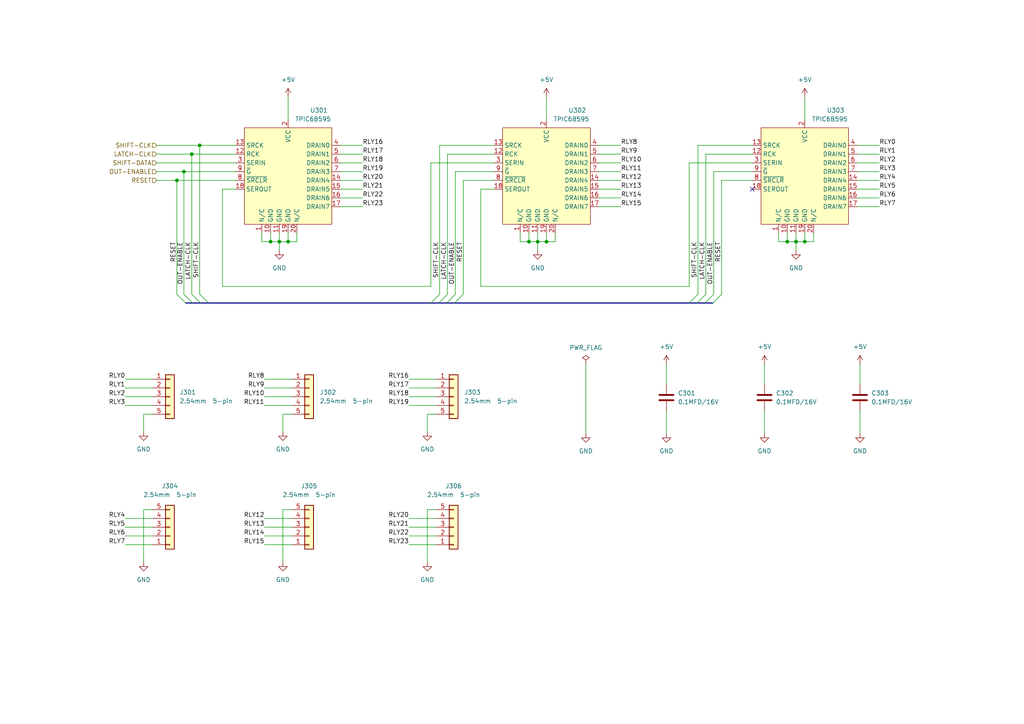
<source format=kicad_sch>
(kicad_sch (version 20230121) (generator eeschema)
  (paper "A4")
  (title_block (title "24-Channel USB Relay Driver") (date "2024-01-11") (rev "1.1.0") (company "simtelic.com") (comment 1 "https://gitlab.com/simtelic/el0001-24ch-usb-relay-driver") (comment 2 "EL0001"))
  (lib_symbols
    (symbol "Connector_Generic:Conn_01x05" (pin_names (offset 1.016) hide)
      (property "Reference" "J" (at 0 7.62 0))
      (property "Value" "Conn_01x05" (at 0 -7.62 0))
      (symbol "Conn_01x05_1_1"
        (rectangle (start -1.27 -4.953) (end 0 -5.207) (stroke (width 0.1524)))
        (rectangle (start -1.27 -2.413) (end 0 -2.667) (stroke (width 0.1524)))
        (rectangle (start -1.27 0.127) (end 0 -0.127) (stroke (width 0.1524)))
        (rectangle (start -1.27 2.667) (end 0 2.413) (stroke (width 0.1524)))
        (rectangle (start -1.27 5.207) (end 0 4.953) (stroke (width 0.1524)))
        (rectangle (start -1.27 6.35) (end 1.27 -6.35) (stroke (width 0.254)) (fill (type background)))
        (pin passive line (at -5.08 5.08 0) (length 3.81) (name "Pin_1") (number "1"))
        (pin passive line (at -5.08 2.54 0) (length 3.81) (name "Pin_2") (number "2"))
        (pin passive line (at -5.08 0 0) (length 3.81) (name "Pin_3") (number "3"))
        (pin passive line (at -5.08 -2.54 0) (length 3.81) (name "Pin_4") (number "4"))
        (pin passive line (at -5.08 -5.08 0) (length 3.81) (name "Pin_5") (number "5"))
      )
    )
    (symbol "Device:C" (pin_numbers hide) (pin_names (offset 0.254))
      (property "Reference" "C" (at 0.635 2.54 0))
      (property "Value" "C" (at 0.635 -2.54 0))
      (symbol "C_0_1"
        (polyline (pts (xy -2.032 -0.762) (xy 2.032 -0.762)) (stroke (width 0.508)))
        (polyline (pts (xy -2.032 0.762) (xy 2.032 0.762)) (stroke (width 0.508)))
      )
      (symbol "C_1_1"
        (pin passive line (at 0 3.81 270) (length 2.794) (name "~") (number "1"))
        (pin passive line (at 0 -3.81 90) (length 2.794) (name "~") (number "2"))
      )
    )
    (symbol "TPIC6B595_1"
      (property "Reference" "U" (at -13.335 17.145 0))
      (property "Value" "TPIC6B595_1" (at -13.335 14.605 0))
      (symbol "TPIC6B595_1_0_1"
        (rectangle (start -12.7 12.7) (end 12.7 -15.24) (fill (type background)))
      )
      (symbol "TPIC6B595_1_1_1"
        (pin free line (at -7.62 -17.78 90) (length 2.54) (name "N/C") (number "1"))
        (pin power_in line (at -5.08 -17.78 90) (length 2.54) (name "GND") (number "10"))
        (pin power_in line (at -2.54 -17.78 90) (length 2.54) (name "GND") (number "11"))
        (pin input line (at -15.24 5.08 0) (length 2.54) (name "RCK") (number "12"))
        (pin input line (at -15.24 7.62 0) (length 2.54) (name "SRCK") (number "13"))
        (pin output line (at 15.24 -2.54 180) (length 2.54) (name "DRAIN4") (number "14"))
        (pin output line (at 15.24 -5.08 180) (length 2.54) (name "DRAIN5") (number "15"))
        (pin output line (at 15.24 -7.62 180) (length 2.54) (name "DRAIN6") (number "16"))
        (pin output line (at 15.24 -10.16 180) (length 2.54) (name "DRAIN7") (number "17"))
        (pin output line (at -15.24 -5.08 0) (length 2.54) (name "SEROUT") (number "18"))
        (pin power_in line (at 0 -17.78 90) (length 2.54) (name "GND") (number "19"))
        (pin power_in line (at 0 15.24 270) (length 2.54) (name "VCC") (number "2"))
        (pin free line (at 2.54 -17.78 90) (length 2.54) (name "N/C") (number "20"))
        (pin input line (at -15.24 2.54 0) (length 2.54) (name "SERIN") (number "3"))
        (pin output line (at 15.24 7.62 180) (length 2.54) (name "DRAIN0") (number "4"))
        (pin output line (at 15.24 5.08 180) (length 2.54) (name "DRAIN1") (number "5"))
        (pin output line (at 15.24 2.54 180) (length 2.54) (name "DRAIN2") (number "6"))
        (pin output line (at 15.24 0 180) (length 2.54) (name "DRAIN3") (number "7"))
        (pin input line (at -15.24 -2.54 0) (length 2.54) (name "~{SRCLR}") (number "8"))
        (pin input line (at -15.24 0 0) (length 2.54) (name "~{G}") (number "9"))
      )
    )
    (symbol "TPIC6B595_2"
      (property "Reference" "U" (at -13.335 17.145 0))
      (property "Value" "TPIC6B595_2" (at -13.335 14.605 0))
      (symbol "TPIC6B595_2_0_1"
        (rectangle (start -12.7 12.7) (end 12.7 -15.24) (fill (type background)))
      )
      (symbol "TPIC6B595_2_1_1"
        (pin free line (at -7.62 -17.78 90) (length 2.54) (name "N/C") (number "1"))
        (pin power_in line (at -5.08 -17.78 90) (length 2.54) (name "GND") (number "10"))
        (pin power_in line (at -2.54 -17.78 90) (length 2.54) (name "GND") (number "11"))
        (pin input line (at -15.24 5.08 0) (length 2.54) (name "RCK") (number "12"))
        (pin input line (at -15.24 7.62 0) (length 2.54) (name "SRCK") (number "13"))
        (pin output line (at 15.24 -2.54 180) (length 2.54) (name "DRAIN4") (number "14"))
        (pin output line (at 15.24 -5.08 180) (length 2.54) (name "DRAIN5") (number "15"))
        (pin output line (at 15.24 -7.62 180) (length 2.54) (name "DRAIN6") (number "16"))
        (pin output line (at 15.24 -10.16 180) (length 2.54) (name "DRAIN7") (number "17"))
        (pin output line (at -15.24 -5.08 0) (length 2.54) (name "SEROUT") (number "18"))
        (pin power_in line (at 0 -17.78 90) (length 2.54) (name "GND") (number "19"))
        (pin power_in line (at 0 15.24 270) (length 2.54) (name "VCC") (number "2"))
        (pin free line (at 2.54 -17.78 90) (length 2.54) (name "N/C") (number "20"))
        (pin input line (at -15.24 2.54 0) (length 2.54) (name "SERIN") (number "3"))
        (pin output line (at 15.24 7.62 180) (length 2.54) (name "DRAIN0") (number "4"))
        (pin output line (at 15.24 5.08 180) (length 2.54) (name "DRAIN1") (number "5"))
        (pin output line (at 15.24 2.54 180) (length 2.54) (name "DRAIN2") (number "6"))
        (pin output line (at 15.24 0 180) (length 2.54) (name "DRAIN3") (number "7"))
        (pin input line (at -15.24 -2.54 0) (length 2.54) (name "~{SRCLR}") (number "8"))
        (pin input line (at -15.24 0 0) (length 2.54) (name "~{G}") (number "9"))
      )
    )
    (symbol "elect-generic-ic:TPIC6B595"
      (property "Reference" "U" (at -13.335 17.145 0))
      (property "Value" "TPIC6B595" (at -13.335 14.605 0))
      (symbol "TPIC6B595_0_1"
        (rectangle (start -12.7 12.7) (end 12.7 -15.24) (fill (type background)))
      )
      (symbol "TPIC6B595_1_1"
        (pin free line (at -7.62 -17.78 90) (length 2.54) (name "N/C") (number "1"))
        (pin power_in line (at -5.08 -17.78 90) (length 2.54) (name "GND") (number "10"))
        (pin power_in line (at -2.54 -17.78 90) (length 2.54) (name "GND") (number "11"))
        (pin input line (at -15.24 5.08 0) (length 2.54) (name "RCK") (number "12"))
        (pin input line (at -15.24 7.62 0) (length 2.54) (name "SRCK") (number "13"))
        (pin output line (at 15.24 -2.54 180) (length 2.54) (name "DRAIN4") (number "14"))
        (pin output line (at 15.24 -5.08 180) (length 2.54) (name "DRAIN5") (number "15"))
        (pin output line (at 15.24 -7.62 180) (length 2.54) (name "DRAIN6") (number "16"))
        (pin output line (at 15.24 -10.16 180) (length 2.54) (name "DRAIN7") (number "17"))
        (pin output line (at -15.24 -5.08 0) (length 2.54) (name "SEROUT") (number "18"))
        (pin power_in line (at 0 -17.78 90) (length 2.54) (name "GND") (number "19"))
        (pin power_in line (at 0 15.24 270) (length 2.54) (name "VCC") (number "2"))
        (pin free line (at 2.54 -17.78 90) (length 2.54) (name "N/C") (number "20"))
        (pin input line (at -15.24 2.54 0) (length 2.54) (name "SERIN") (number "3"))
        (pin output line (at 15.24 7.62 180) (length 2.54) (name "DRAIN0") (number "4"))
        (pin output line (at 15.24 5.08 180) (length 2.54) (name "DRAIN1") (number "5"))
        (pin output line (at 15.24 2.54 180) (length 2.54) (name "DRAIN2") (number "6"))
        (pin output line (at 15.24 0 180) (length 2.54) (name "DRAIN3") (number "7"))
        (pin input line (at -15.24 -2.54 0) (length 2.54) (name "~{SRCLR}") (number "8"))
        (pin input line (at -15.24 0 0) (length 2.54) (name "~{G}") (number "9"))
      )
    )
    (symbol "power:+5V" (power) (pin_names (offset 0))
      (property "Value" "+5V" (at 0 3.556 0))
      (symbol "+5V_0_1"
        (polyline (pts (xy -0.762 1.27) (xy 0 2.54)))
        (polyline (pts (xy 0 0) (xy 0 2.54)))
        (polyline (pts (xy 0 2.54) (xy 0.762 1.27)))
      )
      (symbol "+5V_1_1"
        (pin power_in line (at 0 0 90) (length 0) hide (name "+5V") (number "1"))
      )
    )
    (symbol "power:GND" (power) (pin_names (offset 0))
      (property "Value" "GND" (at 0 -3.81 0))
      (symbol "GND_0_1"
        (polyline (pts (xy 0 0) (xy 0 -1.27) (xy 1.27 -1.27) (xy 0 -2.54) (xy -1.27 -1.27) (xy 0 -1.27)))
      )
      (symbol "GND_1_1"
        (pin power_in line (at 0 0 270) (length 0) hide (name "GND") (number "1"))
      )
    )
    (symbol "power:PWR_FLAG" (power) (pin_numbers hide) (pin_names (offset 0) hide)
      (property "Value" "PWR_FLAG" (at 0 3.81 0))
      (symbol "PWR_FLAG_0_0"
        (pin power_out line (at 0 0 90) (length 0) (name "pwr") (number "1"))
      )
      (symbol "PWR_FLAG_0_1"
        (polyline (pts (xy 0 0) (xy 0 1.27) (xy -1.016 1.905) (xy 0 2.54) (xy 1.016 1.905) (xy 0 1.27)))
      )
    )
  )
  (junction (at 233.426 70.104))
  (junction (at 78.486 70.104))
  (junction (at 53.34 49.784))
  (junction (at 155.956 70.104))
  (junction (at 81.026 70.104))
  (junction (at 228.346 70.104))
  (junction (at 57.912 42.164))
  (junction (at 230.886 70.104))
  (junction (at 83.566 70.104))
  (junction (at 51.308 52.324))
  (junction (at 158.496 70.104))
  (junction (at 153.416 70.104))
  (junction (at 55.626 44.704))
  (no_connect (at 218.186 54.864))
  (bus_entry (at 131.826 87.884) (size 2.54 -2.54))
  (bus_entry (at 129.54 87.884) (size 2.54 -2.54))
  (bus_entry (at 202.184 87.884) (size 2.54 -2.54))
  (bus_entry (at 204.47 87.884) (size 2.54 -2.54))
  (bus_entry (at 53.34 85.344) (size 2.54 2.54))
  (bus_entry (at 199.898 87.884) (size 2.54 -2.54))
  (bus_entry (at 206.756 87.884) (size 2.54 -2.54))
  (bus_entry (at 51.308 85.344) (size 2.54 2.54))
  (bus_entry (at 127.254 87.884) (size 2.54 -2.54))
  (bus_entry (at 124.968 87.884) (size 2.54 -2.54))
  (bus_entry (at 55.626 85.344) (size 2.54 2.54))
  (bus_entry (at 57.912 85.344) (size 2.54 2.54))
  (wire (pts (xy 207.01 49.784) (xy 218.186 49.784)))
  (wire (pts (xy 78.486 70.104) (xy 81.026 70.104)))
  (wire (pts (xy 221.742 105.664) (xy 221.742 111.506)))
  (wire (pts (xy 76.708 117.602) (xy 84.582 117.602)))
  (wire (pts (xy 169.926 105.664) (xy 169.926 125.73)))
  (wire (pts (xy 127.508 85.344) (xy 127.508 42.164)))
  (wire (pts (xy 199.898 47.244) (xy 218.186 47.244)))
  (wire (pts (xy 83.566 70.104) (xy 81.026 70.104)))
  (wire (pts (xy 248.666 54.864) (xy 255.016 54.864)))
  (wire (pts (xy 45.466 52.324) (xy 51.308 52.324)))
  (wire (pts (xy 158.496 67.564) (xy 158.496 70.104)))
  (wire (pts (xy 134.366 52.324) (xy 143.256 52.324)))
  (bus (pts (xy 124.968 87.884) (xy 127.254 87.884)))
  (wire (pts (xy 235.966 70.104) (xy 233.426 70.104)))
  (bus (pts (xy 202.184 87.884) (xy 204.47 87.884)))
  (wire (pts (xy 36.322 152.908) (xy 44.196 152.908)))
  (wire (pts (xy 76.708 155.448) (xy 84.582 155.448)))
  (bus (pts (xy 53.848 87.884) (xy 55.88 87.884)))
  (wire (pts (xy 193.294 105.664) (xy 193.294 111.506)))
  (wire (pts (xy 207.01 85.344) (xy 207.01 49.784)))
  (wire (pts (xy 158.496 28.194) (xy 158.496 34.544)))
  (wire (pts (xy 76.708 109.982) (xy 84.582 109.982)))
  (wire (pts (xy 161.036 67.564) (xy 161.036 70.104)))
  (wire (pts (xy 98.806 44.704) (xy 105.156 44.704)))
  (wire (pts (xy 118.618 157.988) (xy 126.492 157.988)))
  (wire (pts (xy 36.322 150.368) (xy 44.196 150.368)))
  (wire (pts (xy 173.736 49.784) (xy 180.086 49.784)))
  (wire (pts (xy 36.322 157.988) (xy 44.196 157.988)))
  (wire (pts (xy 124.968 47.244) (xy 143.256 47.244)))
  (bus (pts (xy 131.826 87.884) (xy 199.898 87.884)))
  (wire (pts (xy 173.736 52.324) (xy 180.086 52.324)))
  (wire (pts (xy 123.952 163.068) (xy 123.952 147.828)))
  (wire (pts (xy 150.876 70.104) (xy 153.416 70.104)))
  (wire (pts (xy 139.446 83.058) (xy 199.898 83.058)))
  (wire (pts (xy 248.666 59.944) (xy 255.016 59.944)))
  (wire (pts (xy 204.724 85.344) (xy 204.724 44.704)))
  (wire (pts (xy 45.466 47.244) (xy 68.326 47.244)))
  (wire (pts (xy 143.256 54.864) (xy 139.446 54.864)))
  (wire (pts (xy 230.886 70.104) (xy 228.346 70.104)))
  (wire (pts (xy 248.666 52.324) (xy 255.016 52.324)))
  (wire (pts (xy 248.666 49.784) (xy 255.016 49.784)))
  (wire (pts (xy 118.618 117.602) (xy 126.492 117.602)))
  (wire (pts (xy 78.486 70.104) (xy 75.946 70.104)))
  (wire (pts (xy 249.428 105.664) (xy 249.428 111.506)))
  (wire (pts (xy 248.666 57.404) (xy 255.016 57.404)))
  (wire (pts (xy 132.08 85.344) (xy 132.08 49.784)))
  (wire (pts (xy 153.416 70.104) (xy 155.956 70.104)))
  (wire (pts (xy 82.042 147.828) (xy 84.582 147.828)))
  (wire (pts (xy 248.666 44.704) (xy 255.016 44.704)))
  (wire (pts (xy 83.566 70.104) (xy 86.106 70.104)))
  (wire (pts (xy 41.656 147.828) (xy 44.196 147.828)))
  (wire (pts (xy 76.708 115.062) (xy 84.582 115.062)))
  (wire (pts (xy 36.322 109.982) (xy 44.196 109.982)))
  (wire (pts (xy 199.898 47.244) (xy 199.898 83.058)))
  (wire (pts (xy 150.876 67.564) (xy 150.876 70.104)))
  (wire (pts (xy 202.438 85.344) (xy 202.438 42.164)))
  (wire (pts (xy 45.466 42.164) (xy 57.912 42.164)))
  (wire (pts (xy 82.042 120.142) (xy 84.582 120.142)))
  (wire (pts (xy 173.736 57.404) (xy 180.086 57.404)))
  (wire (pts (xy 36.322 112.522) (xy 44.196 112.522)))
  (wire (pts (xy 139.446 54.864) (xy 139.446 83.058)))
  (wire (pts (xy 118.618 150.368) (xy 126.492 150.368)))
  (wire (pts (xy 124.968 47.244) (xy 124.968 83.058)))
  (wire (pts (xy 228.346 67.564) (xy 228.346 70.104)))
  (wire (pts (xy 83.566 28.194) (xy 83.566 34.544)))
  (wire (pts (xy 161.036 70.104) (xy 158.496 70.104)))
  (wire (pts (xy 123.952 147.828) (xy 126.492 147.828)))
  (wire (pts (xy 53.34 49.784) (xy 53.34 85.344)))
  (wire (pts (xy 51.308 52.324) (xy 51.308 85.344)))
  (bus (pts (xy 127.254 87.884) (xy 129.54 87.884)))
  (wire (pts (xy 209.296 52.324) (xy 218.186 52.324)))
  (wire (pts (xy 127.508 42.164) (xy 143.256 42.164)))
  (wire (pts (xy 55.626 44.704) (xy 55.626 85.344)))
  (wire (pts (xy 118.618 112.522) (xy 126.492 112.522)))
  (wire (pts (xy 123.952 120.142) (xy 126.492 120.142)))
  (wire (pts (xy 36.322 155.448) (xy 44.196 155.448)))
  (wire (pts (xy 235.966 67.564) (xy 235.966 70.104)))
  (wire (pts (xy 98.806 49.784) (xy 105.156 49.784)))
  (wire (pts (xy 64.516 83.058) (xy 124.968 83.058)))
  (wire (pts (xy 173.736 47.244) (xy 180.086 47.244)))
  (bus (pts (xy 204.47 87.884) (xy 206.756 87.884)))
  (wire (pts (xy 41.656 163.068) (xy 41.656 147.828)))
  (wire (pts (xy 249.428 119.126) (xy 249.428 125.73)))
  (wire (pts (xy 76.708 150.368) (xy 84.582 150.368)))
  (wire (pts (xy 153.416 67.564) (xy 153.416 70.104)))
  (wire (pts (xy 118.618 152.908) (xy 126.492 152.908)))
  (wire (pts (xy 118.618 109.982) (xy 126.492 109.982)))
  (wire (pts (xy 41.656 120.142) (xy 44.196 120.142)))
  (wire (pts (xy 57.912 42.164) (xy 57.912 85.344)))
  (wire (pts (xy 225.806 67.564) (xy 225.806 70.104)))
  (bus (pts (xy 55.88 87.884) (xy 58.166 87.884)))
  (wire (pts (xy 81.026 70.104) (xy 81.026 72.644)))
  (wire (pts (xy 173.736 59.944) (xy 180.086 59.944)))
  (wire (pts (xy 53.34 49.784) (xy 68.326 49.784)))
  (bus (pts (xy 199.898 87.884) (xy 202.184 87.884)))
  (wire (pts (xy 64.516 54.864) (xy 64.516 83.058)))
  (wire (pts (xy 134.366 85.344) (xy 134.366 52.324)))
  (wire (pts (xy 155.956 67.564) (xy 155.956 70.104)))
  (wire (pts (xy 36.322 115.062) (xy 44.196 115.062)))
  (wire (pts (xy 76.708 157.988) (xy 84.582 157.988)))
  (wire (pts (xy 98.806 59.944) (xy 105.156 59.944)))
  (wire (pts (xy 129.794 44.704) (xy 143.256 44.704)))
  (wire (pts (xy 76.708 152.908) (xy 84.582 152.908)))
  (wire (pts (xy 45.466 49.784) (xy 53.34 49.784)))
  (wire (pts (xy 118.618 115.062) (xy 126.492 115.062)))
  (wire (pts (xy 230.886 67.564) (xy 230.886 70.104)))
  (wire (pts (xy 98.806 52.324) (xy 105.156 52.324)))
  (wire (pts (xy 193.294 119.126) (xy 193.294 125.73)))
  (wire (pts (xy 123.952 125.222) (xy 123.952 120.142)))
  (wire (pts (xy 204.724 44.704) (xy 218.186 44.704)))
  (wire (pts (xy 81.026 67.564) (xy 81.026 70.104)))
  (wire (pts (xy 118.618 155.448) (xy 126.492 155.448)))
  (wire (pts (xy 83.566 67.564) (xy 83.566 70.104)))
  (wire (pts (xy 75.946 70.104) (xy 75.946 67.564)))
  (wire (pts (xy 173.736 54.864) (xy 180.086 54.864)))
  (wire (pts (xy 98.806 57.404) (xy 105.156 57.404)))
  (wire (pts (xy 98.806 54.864) (xy 105.156 54.864)))
  (wire (pts (xy 86.106 70.104) (xy 86.106 67.564)))
  (wire (pts (xy 76.708 112.522) (xy 84.582 112.522)))
  (wire (pts (xy 158.496 70.104) (xy 155.956 70.104)))
  (wire (pts (xy 68.326 54.864) (xy 64.516 54.864)))
  (wire (pts (xy 98.806 42.164) (xy 105.156 42.164)))
  (wire (pts (xy 230.886 70.104) (xy 230.886 72.644)))
  (wire (pts (xy 248.666 42.164) (xy 255.016 42.164)))
  (bus (pts (xy 60.452 87.884) (xy 124.968 87.884)))
  (wire (pts (xy 98.806 47.244) (xy 105.156 47.244)))
  (wire (pts (xy 173.736 42.164) (xy 180.086 42.164)))
  (wire (pts (xy 51.308 52.324) (xy 68.326 52.324)))
  (wire (pts (xy 55.626 44.704) (xy 68.326 44.704)))
  (wire (pts (xy 221.742 119.126) (xy 221.742 125.73)))
  (wire (pts (xy 82.042 147.828) (xy 82.042 163.068)))
  (wire (pts (xy 248.666 47.244) (xy 255.016 47.244)))
  (wire (pts (xy 41.656 125.222) (xy 41.656 120.142)))
  (wire (pts (xy 45.466 44.704) (xy 55.626 44.704)))
  (wire (pts (xy 36.322 117.602) (xy 44.196 117.602)))
  (wire (pts (xy 57.912 42.164) (xy 68.326 42.164)))
  (bus (pts (xy 129.54 87.884) (xy 131.826 87.884)))
  (wire (pts (xy 129.794 85.344) (xy 129.794 44.704)))
  (wire (pts (xy 233.426 67.564) (xy 233.426 70.104)))
  (wire (pts (xy 233.426 28.194) (xy 233.426 34.544)))
  (wire (pts (xy 173.736 44.704) (xy 180.086 44.704)))
  (wire (pts (xy 155.956 70.104) (xy 155.956 72.644)))
  (wire (pts (xy 82.042 125.222) (xy 82.042 120.142)))
  (wire (pts (xy 230.886 70.104) (xy 233.426 70.104)))
  (wire (pts (xy 225.806 70.104) (xy 228.346 70.104)))
  (wire (pts (xy 209.296 85.344) (xy 209.296 52.324)))
  (wire (pts (xy 202.438 42.164) (xy 218.186 42.164)))
  (wire (pts (xy 132.08 49.784) (xy 143.256 49.784)))
  (bus (pts (xy 58.166 87.884) (xy 60.452 87.884)))
  (wire (pts (xy 78.486 67.564) (xy 78.486 70.104)))
  (label "RLY19" (at 118.618 117.602 180))
  (label "RLY17" (at 118.618 112.522 180))
  (label "RLY16" (at 105.156 42.164 0))
  (label "RLY8" (at 180.086 42.164 0))
  (label "RLY6" (at 36.322 155.448 180))
  (label "RLY16" (at 118.618 109.982 180))
  (label "RLY0" (at 255.016 42.164 0))
  (label "RLY18" (at 118.618 115.062 180))
  (label "RLY5" (at 36.322 152.908 180))
  (label "RLY17" (at 105.156 44.704 0))
  (label "RLY23" (at 105.156 59.944 0))
  (label "RLY8" (at 76.708 109.982 180))
  (label "LATCH-CLK" (at 129.794 70.104 270))
  (label "RESET" (at 209.296 70.104 270))
  (label "RLY4" (at 255.016 52.324 0))
  (label "RLY14" (at 76.708 155.448 180))
  (label "RLY12" (at 180.086 52.324 0))
  (label "SHIFT-CLK" (at 202.438 70.104 270))
  (label "LATCH-CLK" (at 55.626 70.104 270))
  (label "RLY2" (at 255.016 47.244 0))
  (label "RLY22" (at 105.156 57.404 0))
  (label "RLY21" (at 105.156 54.864 0))
  (label "RLY14" (at 180.086 57.404 0))
  (label "RLY5" (at 255.016 54.864 0))
  (label "RLY21" (at 118.618 152.908 180))
  (label "RLY18" (at 105.156 47.244 0))
  (label "RLY13" (at 180.086 54.864 0))
  (label "SHIFT-CLK" (at 57.912 70.104 270))
  (label "RLY10" (at 180.086 47.244 0))
  (label "RLY19" (at 105.156 49.784 0))
  (label "RLY7" (at 36.322 157.988 180))
  (label "RLY3" (at 36.322 117.602 180))
  (label "OUT-ENABLE" (at 53.34 70.104 270))
  (label "OUT-ENABLE" (at 207.01 70.104 270))
  (label "OUT-ENABLE" (at 132.08 70.104 270))
  (label "RLY1" (at 36.322 112.522 180))
  (label "RLY13" (at 76.708 152.908 180))
  (label "RLY11" (at 76.708 117.602 180))
  (label "RLY15" (at 76.708 157.988 180))
  (label "RLY7" (at 255.016 59.944 0))
  (label "RLY23" (at 118.618 157.988 180))
  (label "LATCH-CLK" (at 204.724 70.104 270))
  (label "RLY1" (at 255.016 44.704 0))
  (label "RLY22" (at 118.618 155.448 180))
  (label "RLY20" (at 105.156 52.324 0))
  (label "RLY9" (at 76.708 112.522 180))
  (label "RLY15" (at 180.086 59.944 0))
  (label "SHIFT-CLK" (at 127.508 70.104 270))
  (label "RLY2" (at 36.322 115.062 180))
  (label "RLY10" (at 76.708 115.062 180))
  (label "RLY11" (at 180.086 49.784 0))
  (label "RLY12" (at 76.708 150.368 180))
  (label "RLY20" (at 118.618 150.368 180))
  (label "RESET" (at 134.366 70.104 270))
  (label "RLY4" (at 36.322 150.368 180))
  (label "RLY3" (at 255.016 49.784 0))
  (label "RLY0" (at 36.322 109.982 180))
  (label "RESET" (at 51.308 70.104 270))
  (label "RLY6" (at 255.016 57.404 0))
  (label "RLY9" (at 180.086 44.704 0))
  (hierarchical_label "RESET" (shape input) (at 45.466 52.324 180))
  (hierarchical_label "LATCH-CLK" (shape input) (at 45.466 44.704 180))
  (hierarchical_label "OUT-ENABLE" (shape input) (at 45.466 49.784 180))
  (hierarchical_label "SHIFT-DATA" (shape input) (at 45.466 47.244 180))
  (hierarchical_label "SHIFT-CLK" (shape input) (at 45.466 42.164 180))
  (symbol (lib_id "power:GND") (at 221.742 125.73 0) (unit 1)
    (property "Reference" "#PWR0314" (effects hide))
    (property "Value" "GND" (at 221.742 130.81 0))
  )
  (symbol (lib_id "power:GND") (at 41.656 163.068 0) (unit 1)
    (property "Reference" "#PWR0316" (effects hide))
    (property "Value" "GND" (at 41.656 168.148 0))
  )
  (symbol (lib_id "power:GND") (at 123.952 163.068 0) (unit 1)
    (property "Reference" "#PWR0318" (effects hide))
    (property "Value" "GND" (at 123.952 168.148 0))
  )
  (symbol (lib_name "TPIC6B595_2") (lib_id "elect-generic-ic:TPIC6B595") (at 158.496 49.784 0) (unit 1)
    (property "Reference" "U302" (at 164.846 32.004 0) (effects (justify left)))
    (property "Value" "TPIC6B595" (at 160.5154 34.544 0) (effects (justify left)))
    (property "Footprint" "Package_SO:SO-20_12.8x7.5mm_P1.27mm" (effects hide))
    (property "Datasheet" "https://www.ti.com/lit/gpn/tpic6b595" (effects hide))
  )
  (symbol (lib_id "elect-generic-ic:TPIC6B595") (at 233.426 49.784 0) (unit 1)
    (property "Reference" "U303" (at 239.776 32.004 0) (effects (justify left)))
    (property "Value" "TPIC6B595" (at 235.4454 34.544 0) (effects (justify left)))
    (property "Footprint" "Package_SO:SO-20_12.8x7.5mm_P1.27mm" (effects hide))
    (property "Datasheet" "https://www.ti.com/lit/gpn/tpic6b595" (effects hide))
  )
  (symbol (lib_id "Connector_Generic:Conn_01x05") (at 89.662 152.908 0) (mirror x) (unit 1)
    (property "Reference" "J305" (at 89.662 140.97 0))
    (property "Value" "2.54mm  5-pin" (at 89.662 143.51 0))
    (property "Footprint" "Connector_PinHeader_2.54mm:PinHeader_1x05_P2.54mm_Vertical" (effects hide))
  )
  (symbol (lib_id "Device:C") (at 221.742 115.316 0) (unit 1)
    (property "Reference" "C302" (at 225.044 114.0459 0) (effects (justify left)))
    (property "Value" "0.1MFD/16V" (at 225.044 116.5859 0) (effects (justify left)))
    (property "Footprint" "Capacitor_SMD:C_0603_1608Metric_Pad1.08x0.95mm_HandSolder" (effects hide))
  )
  (symbol (lib_name "TPIC6B595_1") (lib_id "elect-generic-ic:TPIC6B595") (at 83.566 49.784 0) (unit 1)
    (property "Reference" "U301" (at 89.916 32.004 0) (effects (justify left)))
    (property "Value" "TPIC6B595" (at 85.5854 34.544 0) (effects (justify left)))
    (property "Footprint" "Package_SO:SO-20_12.8x7.5mm_P1.27mm" (effects hide))
    (property "Datasheet" "https://www.ti.com/lit/gpn/tpic6b595" (effects hide))
  )
  (symbol (lib_id "power:+5V") (at 221.742 105.664 0) (unit 1)
    (property "Reference" "#PWR0308" (effects hide))
    (property "Value" "+5V" (at 221.742 100.584 0))
  )
  (symbol (lib_id "Device:C") (at 193.294 115.316 0) (unit 1)
    (property "Reference" "C301" (at 196.596 114.0459 0) (effects (justify left)))
    (property "Value" "0.1MFD/16V" (at 196.596 116.5859 0) (effects (justify left)))
    (property "Footprint" "Capacitor_SMD:C_0603_1608Metric_Pad1.08x0.95mm_HandSolder" (effects hide))
  )
  (symbol (lib_id "power:GND") (at 123.952 125.222 0) (unit 1)
    (property "Reference" "#PWR0312" (effects hide))
    (property "Value" "GND" (at 123.952 130.302 0))
  )
  (symbol (lib_id "power:GND") (at 193.294 125.73 0) (unit 1)
    (property "Reference" "#PWR0313" (effects hide))
    (property "Value" "GND" (at 193.294 130.81 0))
  )
  (symbol (lib_id "power:GND") (at 230.886 72.644 0) (unit 1)
    (property "Reference" "#PWR0306" (effects hide))
    (property "Value" "GND" (at 230.886 77.724 0))
  )
  (symbol (lib_id "power:GND") (at 81.026 72.644 0) (unit 1)
    (property "Reference" "#PWR0304" (effects hide))
    (property "Value" "GND" (at 81.026 77.724 0))
  )
  (symbol (lib_id "Connector_Generic:Conn_01x05") (at 89.662 115.062 0) (unit 1)
    (property "Reference" "J302" (at 92.71 113.7919 0) (effects (justify left)))
    (property "Value" "2.54mm  5-pin" (at 92.71 116.3319 0) (effects (justify left)))
    (property "Footprint" "Connector_PinHeader_2.54mm:PinHeader_1x05_P2.54mm_Vertical" (effects hide))
  )
  (symbol (lib_id "power:GND") (at 41.656 125.222 0) (unit 1)
    (property "Reference" "#PWR0310" (effects hide))
    (property "Value" "GND" (at 41.656 130.302 0))
  )
  (symbol (lib_id "power:+5V") (at 233.426 28.194 0) (unit 1)
    (property "Reference" "#PWR0303" (effects hide))
    (property "Value" "+5V" (at 233.426 23.114 0))
  )
  (symbol (lib_id "power:GND") (at 82.042 125.222 0) (unit 1)
    (property "Reference" "#PWR0311" (effects hide))
    (property "Value" "GND" (at 82.042 130.302 0))
  )
  (symbol (lib_id "power:+5V") (at 193.294 105.664 0) (unit 1)
    (property "Reference" "#PWR0307" (effects hide))
    (property "Value" "+5V" (at 193.294 100.584 0))
  )
  (symbol (lib_id "power:GND") (at 169.926 125.73 0) (unit 1)
    (property "Reference" "#PWR0105" (effects hide))
    (property "Value" "GND" (at 169.926 130.81 0))
  )
  (symbol (lib_id "power:+5V") (at 83.566 28.194 0) (unit 1)
    (property "Reference" "#PWR0301" (effects hide))
    (property "Value" "+5V" (at 83.566 23.114 0))
  )
  (symbol (lib_id "power:PWR_FLAG") (at 169.926 105.664 0) (unit 1)
    (property "Reference" "#FLG0103" (effects hide))
    (property "Value" "PWR_FLAG" (at 169.926 100.838 0))
  )
  (symbol (lib_id "power:+5V") (at 249.428 105.664 0) (unit 1)
    (property "Reference" "#PWR0309" (effects hide))
    (property "Value" "+5V" (at 249.428 100.584 0))
  )
  (symbol (lib_id "Device:C") (at 249.428 115.316 0) (unit 1)
    (property "Reference" "C303" (at 252.73 114.0459 0) (effects (justify left)))
    (property "Value" "0.1MFD/16V" (at 252.73 116.5859 0) (effects (justify left)))
    (property "Footprint" "Capacitor_SMD:C_0603_1608Metric_Pad1.08x0.95mm_HandSolder" (effects hide))
  )
  (symbol (lib_id "Connector_Generic:Conn_01x05") (at 131.572 115.062 0) (unit 1)
    (property "Reference" "J303" (at 134.62 113.7919 0) (effects (justify left)))
    (property "Value" "2.54mm  5-pin" (at 134.62 116.3319 0) (effects (justify left)))
    (property "Footprint" "Connector_PinHeader_2.54mm:PinHeader_1x05_P2.54mm_Vertical" (effects hide))
  )
  (symbol (lib_id "Connector_Generic:Conn_01x05") (at 49.276 152.908 0) (mirror x) (unit 1)
    (property "Reference" "J304" (at 49.276 140.97 0))
    (property "Value" "2.54mm  5-pin" (at 49.276 143.51 0))
    (property "Footprint" "Connector_PinHeader_2.54mm:PinHeader_1x05_P2.54mm_Vertical" (effects hide))
  )
  (symbol (lib_id "power:GND") (at 155.956 72.644 0) (unit 1)
    (property "Reference" "#PWR0305" (effects hide))
    (property "Value" "GND" (at 155.956 77.724 0))
  )
  (symbol (lib_id "Connector_Generic:Conn_01x05") (at 131.572 152.908 0) (mirror x) (unit 1)
    (property "Reference" "J306" (at 131.572 140.97 0))
    (property "Value" "2.54mm  5-pin" (at 131.572 143.51 0))
    (property "Footprint" "Connector_PinHeader_2.54mm:PinHeader_1x05_P2.54mm_Vertical" (effects hide))
  )
  (symbol (lib_id "power:GND") (at 249.428 125.73 0) (unit 1)
    (property "Reference" "#PWR0315" (effects hide))
    (property "Value" "GND" (at 249.428 130.81 0))
  )
  (symbol (lib_id "Connector_Generic:Conn_01x05") (at 49.276 115.062 0) (unit 1)
    (property "Reference" "J301" (at 52.07 113.7919 0) (effects (justify left)))
    (property "Value" "2.54mm  5-pin" (at 52.07 116.3319 0) (effects (justify left)))
    (property "Footprint" "Connector_PinHeader_2.54mm:PinHeader_1x05_P2.54mm_Vertical" (effects hide))
  )
  (symbol (lib_id "power:GND") (at 82.042 163.068 0) (unit 1)
    (property "Reference" "#PWR0317" (effects hide))
    (property "Value" "GND" (at 82.042 168.148 0))
  )
  (symbol (lib_id "power:+5V") (at 158.496 28.194 0) (unit 1)
    (property "Reference" "#PWR0302" (effects hide))
    (property "Value" "+5V" (at 158.496 23.114 0))
  )
)
</source>
